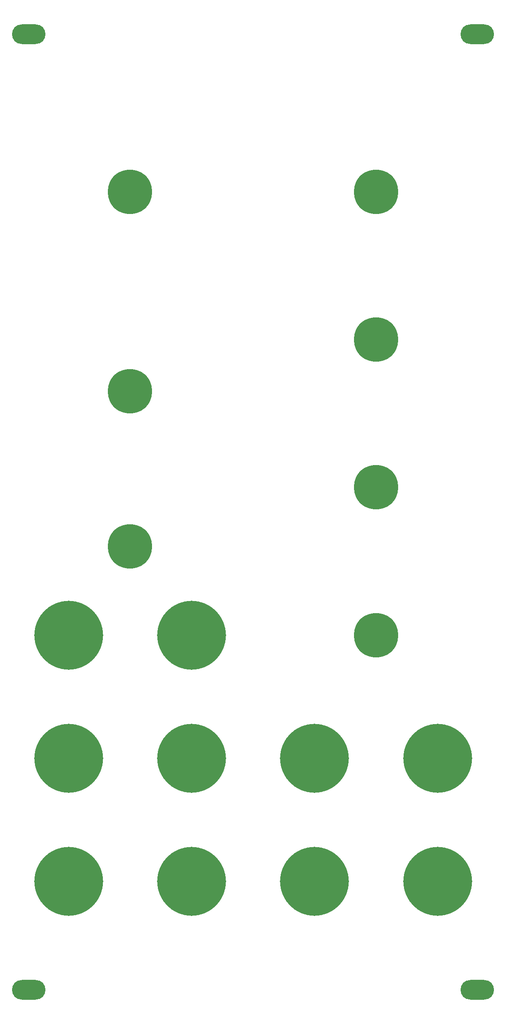
<source format=gbr>
%TF.GenerationSoftware,KiCad,Pcbnew,5.1.8-db9833491~88~ubuntu20.04.1*%
%TF.CreationDate,2020-12-01T08:28:05-05:00*%
%TF.ProjectId,mfos_vco_panel,6d666f73-5f76-4636-9f5f-70616e656c2e,rev?*%
%TF.SameCoordinates,Original*%
%TF.FileFunction,Soldermask,Bot*%
%TF.FilePolarity,Negative*%
%FSLAX46Y46*%
G04 Gerber Fmt 4.6, Leading zero omitted, Abs format (unit mm)*
G04 Created by KiCad (PCBNEW 5.1.8-db9833491~88~ubuntu20.04.1) date 2020-12-01 08:28:05*
%MOMM*%
%LPD*%
G01*
G04 APERTURE LIST*
%ADD10C,14.000000*%
%ADD11C,9.000000*%
%ADD12O,6.800000X4.000000*%
G04 APERTURE END LIST*
D10*
%TO.C,H21*%
X92500000Y-110000000D03*
%TD*%
D11*
%TO.C,H20*%
X155000000Y-50000000D03*
%TD*%
D10*
%TO.C,H19*%
X167500000Y-160000000D03*
%TD*%
D11*
%TO.C,H18*%
X155000000Y-80000000D03*
%TD*%
D12*
%TO.C,H17*%
X84400000Y12000000D03*
%TD*%
D10*
%TO.C,H16*%
X117500000Y-160000000D03*
%TD*%
%TO.C,H15*%
X167500000Y-135000000D03*
%TD*%
D11*
%TO.C,H14*%
X105000000Y-60500000D03*
%TD*%
D12*
%TO.C,H13*%
X175600000Y-182000000D03*
%TD*%
D10*
%TO.C,H12*%
X92500000Y-160000000D03*
%TD*%
%TO.C,H11*%
X142500000Y-160000000D03*
%TD*%
D11*
%TO.C,H10*%
X155000000Y-20000000D03*
%TD*%
D12*
%TO.C,H9*%
X84400000Y-182000000D03*
%TD*%
D10*
%TO.C,H8*%
X142500000Y-135000000D03*
%TD*%
%TO.C,H7*%
X92500000Y-135000000D03*
%TD*%
D11*
%TO.C,H6*%
X155000000Y-110000000D03*
%TD*%
D12*
%TO.C,H5*%
X175600000Y12000000D03*
%TD*%
D10*
%TO.C,H4*%
X117500000Y-135000000D03*
%TD*%
%TO.C,H3*%
X117500000Y-110000000D03*
%TD*%
D11*
%TO.C,H2*%
X105000000Y-92000000D03*
%TD*%
%TO.C,H1*%
X105000000Y-20000000D03*
%TD*%
M02*

</source>
